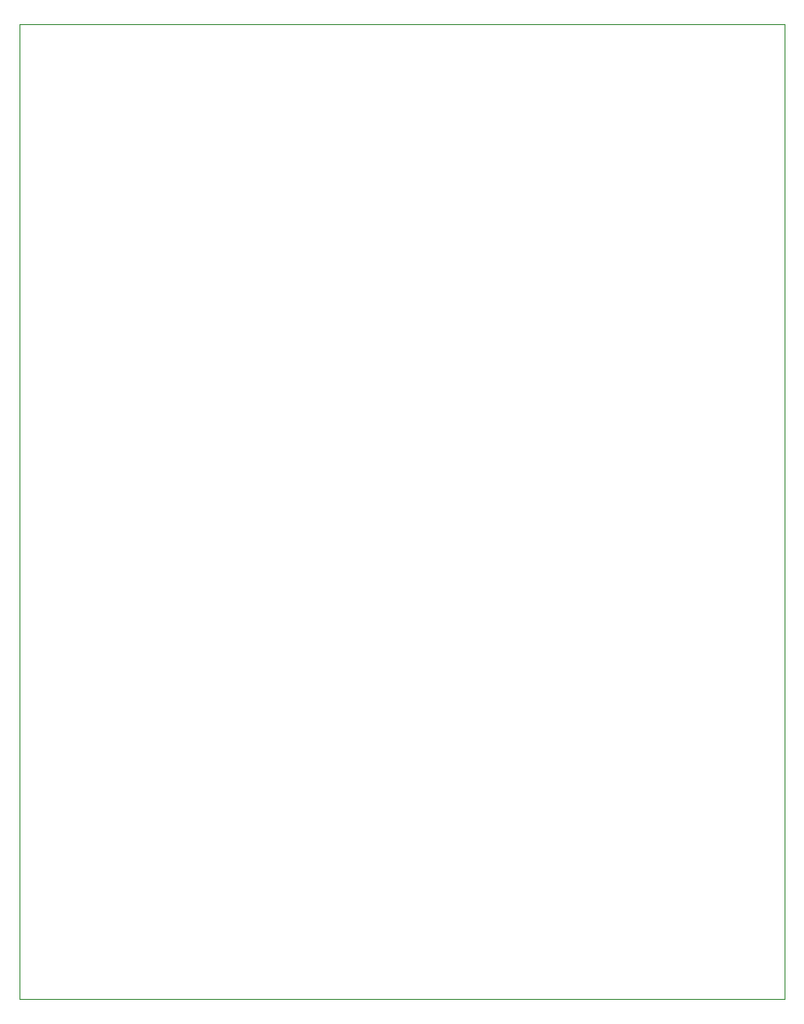
<source format=gbr>
%TF.GenerationSoftware,KiCad,Pcbnew,(5.1.7)-1*%
%TF.CreationDate,2020-11-16T09:35:31-07:00*%
%TF.ProjectId,RGB Controller,52474220-436f-46e7-9472-6f6c6c65722e,rev?*%
%TF.SameCoordinates,Original*%
%TF.FileFunction,Profile,NP*%
%FSLAX46Y46*%
G04 Gerber Fmt 4.6, Leading zero omitted, Abs format (unit mm)*
G04 Created by KiCad (PCBNEW (5.1.7)-1) date 2020-11-16 09:35:31*
%MOMM*%
%LPD*%
G01*
G04 APERTURE LIST*
%TA.AperFunction,Profile*%
%ADD10C,0.050000*%
%TD*%
G04 APERTURE END LIST*
D10*
X168275000Y-139700000D02*
X168275000Y-50800000D01*
X98425000Y-139700000D02*
X168275000Y-139700000D01*
X98425000Y-50800000D02*
X98425000Y-139700000D01*
X98425000Y-50800000D02*
X168275000Y-50800000D01*
M02*

</source>
